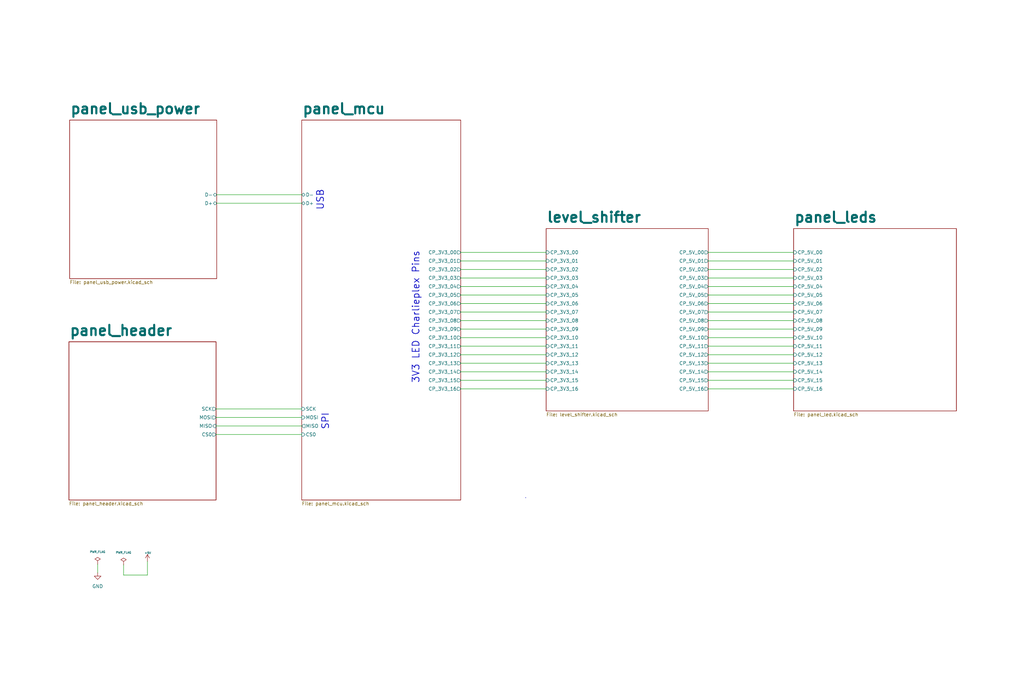
<source format=kicad_sch>
(kicad_sch (version 20230121) (generator eeschema)
  (paper "User" 381 254)
  (title_block (date "9 may 2016"))
  (lib_symbols
    (symbol "power:+5V" (power) (pin_names (offset 0))
      (property "Value" "+5V" (at 0 3.556 0))
      (symbol "+5V_0_1"
        (polyline (pts (xy -0.762 1.27) (xy 0 2.54)))
        (polyline (pts (xy 0 0) (xy 0 2.54)))
        (polyline (pts (xy 0 2.54) (xy 0.762 1.27)))
      )
      (symbol "+5V_1_1"
        (pin power_in line (at 0 0 90) (length 0) hide (name "+5V") (number "1"))
      )
    )
    (symbol "power:GND" (power) (pin_names (offset 0))
      (property "Value" "GND" (at 0 -3.81 0))
      (symbol "GND_0_1"
        (polyline (pts (xy 0 0) (xy 0 -1.27) (xy 1.27 -1.27) (xy 0 -2.54) (xy -1.27 -1.27) (xy 0 -1.27)))
      )
      (symbol "GND_1_1"
        (pin power_in line (at 0 0 270) (length 0) hide (name "GND") (number "1"))
      )
    )
    (symbol "power:PWR_FLAG" (power) (pin_numbers hide) (pin_names (offset 0) hide)
      (property "Value" "PWR_FLAG" (at 0 3.81 0))
      (symbol "PWR_FLAG_0_0"
        (pin power_out line (at 0 0 90) (length 0) (name "pwr") (number "1"))
      )
      (symbol "PWR_FLAG_0_1"
        (polyline (pts (xy 0 0) (xy 0 1.27) (xy -1.016 1.905) (xy 0 2.54) (xy 1.016 1.905) (xy 0 1.27)))
      )
    )
  )
  (wire (pts (xy 80.391 155.448) (xy 112.268 155.448)))
  (wire (pts (xy 171.45 113.03) (xy 203.2 113.03)))
  (wire (pts (xy 263.525 119.38) (xy 295.275 119.38)))
  (wire (pts (xy 171.45 122.555) (xy 203.2 122.555)))
  (wire (pts (xy 263.525 144.78) (xy 295.275 144.78)))
  (wire (pts (xy 36.322 210.058) (xy 36.322 213.233)))
  (wire (pts (xy 45.974 214.122) (xy 54.864 214.122)))
  (wire (pts (xy 80.391 158.623) (xy 112.268 158.623)))
  (wire (pts (xy 171.45 103.505) (xy 203.2 103.505)))
  (wire (pts (xy 171.45 128.905) (xy 203.2 128.905)))
  (wire (pts (xy 171.45 132.08) (xy 203.2 132.08)))
  (wire (pts (xy 45.974 210.312) (xy 45.974 214.122)))
  (wire (pts (xy 263.525 97.155) (xy 295.275 97.155)))
  (wire (pts (xy 80.645 75.692) (xy 112.268 75.692)))
  (wire (pts (xy 171.45 116.205) (xy 203.2 116.205)))
  (wire (pts (xy 263.525 125.73) (xy 295.275 125.73)))
  (wire (pts (xy 80.645 72.517) (xy 112.268 72.517)))
  (wire (pts (xy 263.525 100.33) (xy 295.275 100.33)))
  (wire (pts (xy 263.525 138.43) (xy 295.275 138.43)))
  (wire (pts (xy 54.864 214.122) (xy 54.864 209.042)))
  (wire (pts (xy 171.45 100.33) (xy 203.2 100.33)))
  (wire (pts (xy 263.525 116.205) (xy 295.275 116.205)))
  (wire (pts (xy 263.525 93.98) (xy 295.275 93.98)))
  (wire (pts (xy 171.45 135.255) (xy 203.2 135.255)))
  (wire (pts (xy 171.45 144.78) (xy 203.2 144.78)))
  (wire (pts (xy 171.45 138.43) (xy 203.2 138.43)))
  (wire (pts (xy 171.45 125.73) (xy 203.2 125.73)))
  (wire (pts (xy 263.525 132.08) (xy 295.275 132.08)))
  (wire (pts (xy 263.525 103.505) (xy 295.275 103.505)))
  (wire (pts (xy 171.45 93.98) (xy 203.2 93.98)))
  (wire (pts (xy 171.45 141.605) (xy 203.2 141.605)))
  (wire (pts (xy 171.45 119.38) (xy 203.2 119.38)))
  (wire (pts (xy 263.525 106.68) (xy 295.275 106.68)))
  (polyline (pts (xy 195.58 185.166) (xy 195.58 185.42)))
  (wire (pts (xy 80.391 152.273) (xy 112.268 152.273)))
  (wire (pts (xy 171.45 106.68) (xy 203.2 106.68)))
  (wire (pts (xy 263.525 122.555) (xy 295.275 122.555)))
  (wire (pts (xy 171.45 109.855) (xy 203.2 109.855)))
  (wire (pts (xy 263.525 135.255) (xy 295.275 135.255)))
  (wire (pts (xy 263.525 141.605) (xy 295.275 141.605)))
  (wire (pts (xy 171.45 97.155) (xy 203.2 97.155)))
  (wire (pts (xy 80.391 161.798) (xy 112.268 161.798)))
  (wire (pts (xy 263.525 128.905) (xy 295.275 128.905)))
  (wire (pts (xy 263.525 109.855) (xy 295.275 109.855)))
  (wire (pts (xy 263.525 113.03) (xy 295.275 113.03)))
  (text "SPI" (at 122.555 153.67 90) (effects (font (size 2.54 2.54) (thickness 0.254) bold) (justify right bottom)))
  (text "USB" (at 120.65 70.485 90) (effects (font (size 2.54 2.54) (thickness 0.254) bold) (justify right bottom)))
  (text "3V3 LED Charlieplex Pins" (at 156.21 142.875 90) (effects (font (size 2.54 2.54) (thickness 0.254) bold) (justify left bottom)))
  (symbol (lib_id "power:GND") (at 36.322 213.233 0) (unit 1)
    (property "Reference" "#PWR051" (effects hide))
    (property "Value" "GND" (at 36.322 218.313 0))
  )
  (symbol (lib_id "power:PWR_FLAG") (at 36.322 210.058 0) (unit 1)
    (property "Reference" "#FLG01" (effects hide))
    (property "Value" "PWR_FLAG" (at 36.322 205.486 0) (effects (font (size 0.762 0.762))))
  )
  (symbol (lib_id "power:PWR_FLAG") (at 45.974 210.312 0) (unit 1)
    (property "Reference" "#FLG03" (effects hide))
    (property "Value" "PWR_FLAG" (at 45.974 205.74 0) (effects (font (size 0.762 0.762))))
  )
  (symbol (lib_id "power:+5V") (at 54.864 209.042 0) (unit 1)
    (property "Reference" "#PWR052" (effects hide))
    (property "Value" "+5V" (at 54.991 205.867 0) (effects (font (size 0.762 0.762))))
  )
  (sheet (at 203.2 85.09) (size 60.325 67.945) (stroke (width 0.1524))
    (property "Sheetname" "level_shifter" (at 203.2 83.1084 0) (effects (font (size 3.81 3.81) bold) (justify left bottom)))
    (property "Sheetfile" "level_shifter.kicad_sch" (at 203.2 153.6196 0) (effects (justify left top)))
    (pin "CP_3V3_13" input (at 203.2 135.255 180))
    (pin "CP_3V3_14" input (at 203.2 138.43 180))
    (pin "CP_3V3_12" input (at 203.2 132.08 180))
    (pin "CP_3V3_10" input (at 203.2 125.73 180))
    (pin "CP_3V3_11" input (at 203.2 128.905 180))
    (pin "CP_3V3_15" input (at 203.2 141.605 180))
    (pin "CP_3V3_16" input (at 203.2 144.78 180))
    (pin "CP_3V3_08" input (at 203.2 119.38 180))
    (pin "CP_3V3_06" input (at 203.2 113.03 180))
    (pin "CP_3V3_05" input (at 203.2 109.855 180))
    (pin "CP_3V3_07" input (at 203.2 116.205 180))
    (pin "CP_3V3_09" input (at 203.2 122.555 180))
    (pin "CP_3V3_03" input (at 203.2 103.505 180))
    (pin "CP_3V3_00" input (at 203.2 93.98 180))
    (pin "CP_3V3_01" input (at 203.2 97.155 180))
    (pin "CP_3V3_02" input (at 203.2 100.33 180))
    (pin "CP_3V3_04" input (at 203.2 106.68 180))
    (pin "CP_5V_00" output (at 263.525 93.98 0))
    (pin "CP_5V_03" output (at 263.525 103.505 0))
    (pin "CP_5V_01" output (at 263.525 97.155 0))
    (pin "CP_5V_04" output (at 263.525 106.68 0))
    (pin "CP_5V_02" output (at 263.525 100.33 0))
    (pin "CP_5V_06" output (at 263.525 113.03 0))
    (pin "CP_5V_07" output (at 263.525 116.205 0))
    (pin "CP_5V_08" output (at 263.525 119.38 0))
    (pin "CP_5V_05" output (at 263.525 109.855 0))
    (pin "CP_5V_09" output (at 263.525 122.555 0))
    (pin "CP_5V_10" output (at 263.525 125.73 0))
    (pin "CP_5V_15" output (at 263.525 141.605 0))
    (pin "CP_5V_11" output (at 263.525 128.905 0))
    (pin "CP_5V_12" output (at 263.525 132.08 0))
    (pin "CP_5V_14" output (at 263.525 138.43 0))
    (pin "CP_5V_13" output (at 263.525 135.255 0))
    (pin "CP_5V_16" output (at 263.525 144.78 0))
  )
  (sheet (at 25.654 127.254) (size 54.737 58.928) (stroke (width 0.1524))
    (property "Sheetname" "panel_header" (at 25.654 125.2724 0) (effects (font (size 3.81 3.81) bold) (justify left bottom)))
    (property "Sheetfile" "panel_header.kicad_sch" (at 25.654 186.7666 0) (effects (justify left top)))
    (pin "MISO" input (at 80.391 158.623 0))
    (pin "CS0" output (at 80.391 161.798 0))
    (pin "MOSI" output (at 80.391 155.448 0))
    (pin "SCK" output (at 80.391 152.273 0))
  )
  (sheet (at 295.275 85.09) (size 60.579 67.945) (stroke (width 0.1524))
    (property "Sheetname" "panel_leds" (at 295.275 83.1084 0) (effects (font (size 3.81 3.81) bold) (justify left bottom)))
    (property "Sheetfile" "panel_led.kicad_sch" (at 295.275 153.6196 0) (effects (justify left top)))
    (pin "CP_5V_03" input (at 295.275 103.505 180))
    (pin "CP_5V_04" input (at 295.275 106.68 180))
    (pin "CP_5V_01" input (at 295.275 97.155 180))
    (pin "CP_5V_00" input (at 295.275 93.98 180))
    (pin "CP_5V_02" input (at 295.275 100.33 180))
    (pin "CP_5V_08" input (at 295.275 119.38 180))
    (pin "CP_5V_05" input (at 295.275 109.855 180))
    (pin "CP_5V_06" input (at 295.275 113.03 180))
    (pin "CP_5V_07" input (at 295.275 116.205 180))
    (pin "CP_5V_09" input (at 295.275 122.555 180))
    (pin "CP_5V_10" input (at 295.275 125.73 180))
    (pin "CP_5V_12" input (at 295.275 132.08 180))
    (pin "CP_5V_11" input (at 295.275 128.905 180))
    (pin "CP_5V_13" input (at 295.275 135.255 180))
    (pin "CP_5V_15" input (at 295.275 141.605 180))
    (pin "CP_5V_14" input (at 295.275 138.43 180))
    (pin "CP_5V_16" input (at 295.275 144.78 180))
  )
  (sheet (at 112.268 44.704) (size 59.182 141.478) (stroke (width 0.1524))
    (property "Sheetname" "panel_mcu" (at 112.268 42.7224 0) (effects (font (size 3.81 3.81) bold) (justify left bottom)))
    (property "Sheetfile" "panel_mcu.kicad_sch" (at 112.268 186.7666 0) (effects (justify left top)))
    (pin "D-" bidirectional (at 112.268 72.517 180))
    (pin "D+" bidirectional (at 112.268 75.692 180))
    (pin "CS0" input (at 112.268 161.798 180))
    (pin "MOSI" input (at 112.268 155.448 180))
    (pin "MISO" output (at 112.268 158.623 180))
    (pin "SCK" input (at 112.268 152.273 180))
    (pin "CP_3V3_14" output (at 171.45 138.43 0))
    (pin "CP_3V3_12" output (at 171.45 132.08 0))
    (pin "CP_3V3_13" output (at 171.45 135.255 0))
    (pin "CP_3V3_15" output (at 171.45 141.605 0))
    (pin "CP_3V3_16" output (at 171.45 144.78 0))
    (pin "CP_3V3_11" output (at 171.45 128.905 0))
    (pin "CP_3V3_10" output (at 171.45 125.73 0))
    (pin "CP_3V3_07" output (at 171.45 116.205 0))
    (pin "CP_3V3_09" output (at 171.45 122.555 0))
    (pin "CP_3V3_08" output (at 171.45 119.38 0))
    (pin "CP_3V3_03" output (at 171.45 103.505 0))
    (pin "CP_3V3_02" output (at 171.45 100.33 0))
    (pin "CP_3V3_04" output (at 171.45 106.68 0))
    (pin "CP_3V3_05" output (at 171.45 109.855 0))
    (pin "CP_3V3_06" output (at 171.45 113.03 0))
    (pin "CP_3V3_00" output (at 171.45 93.98 0))
    (pin "CP_3V3_01" output (at 171.45 97.155 0))
  )
  (sheet (at 25.908 44.704) (size 54.737 59.055) (stroke (width 0.1524))
    (property "Sheetname" "panel_usb_power" (at 25.908 42.7224 0) (effects (font (size 3.81 3.81) bold) (justify left bottom)))
    (property "Sheetfile" "panel_usb_power.kicad_sch" (at 25.908 104.3436 0) (effects (justify left top)))
    (pin "D-" bidirectional (at 80.645 72.517 0))
    (pin "D+" bidirectional (at 80.645 75.692 0))
  )
)
</source>
